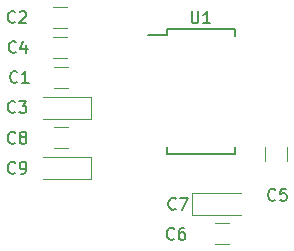
<source format=gbr>
G04 #@! TF.GenerationSoftware,KiCad,Pcbnew,(5.1.2)-2*
G04 #@! TF.CreationDate,2019-09-26T21:19:41+02:00*
G04 #@! TF.ProjectId,enkoder,656e6b6f-6465-4722-9e6b-696361645f70,rev?*
G04 #@! TF.SameCoordinates,Original*
G04 #@! TF.FileFunction,Legend,Top*
G04 #@! TF.FilePolarity,Positive*
%FSLAX46Y46*%
G04 Gerber Fmt 4.6, Leading zero omitted, Abs format (unit mm)*
G04 Created by KiCad (PCBNEW (5.1.2)-2) date 2019-09-26 21:19:41*
%MOMM*%
%LPD*%
G04 APERTURE LIST*
%ADD10C,0.120000*%
%ADD11C,0.150000*%
G04 APERTURE END LIST*
D10*
X163025500Y-103056936D02*
X163025500Y-104261064D01*
X161205500Y-103056936D02*
X161205500Y-104261064D01*
X144456564Y-91165000D02*
X143252436Y-91165000D01*
X144456564Y-92985000D02*
X143252436Y-92985000D01*
X144456564Y-95525000D02*
X143252436Y-95525000D01*
X144456564Y-93705000D02*
X143252436Y-93705000D01*
D11*
X152864000Y-93014000D02*
X152864000Y-93589000D01*
X158614000Y-93014000D02*
X158614000Y-93664000D01*
X158614000Y-103664000D02*
X158614000Y-103014000D01*
X152864000Y-103664000D02*
X152864000Y-103014000D01*
X152864000Y-93014000D02*
X158614000Y-93014000D01*
X152864000Y-103664000D02*
X158614000Y-103664000D01*
X152864000Y-93589000D02*
X151264000Y-93589000D01*
D10*
X144529564Y-96245000D02*
X143325436Y-96245000D01*
X144529564Y-98065000D02*
X143325436Y-98065000D01*
X146462500Y-98760000D02*
X142377500Y-98760000D01*
X146462500Y-100630000D02*
X146462500Y-98760000D01*
X142377500Y-100630000D02*
X146462500Y-100630000D01*
X156968436Y-109453000D02*
X158172564Y-109453000D01*
X156968436Y-111273000D02*
X158172564Y-111273000D01*
X159120500Y-106888000D02*
X155035500Y-106888000D01*
X155035500Y-106888000D02*
X155035500Y-108758000D01*
X155035500Y-108758000D02*
X159120500Y-108758000D01*
X144529564Y-103145000D02*
X143325436Y-103145000D01*
X144529564Y-101325000D02*
X143325436Y-101325000D01*
X142377500Y-105710000D02*
X146462500Y-105710000D01*
X146462500Y-105710000D02*
X146462500Y-103840000D01*
X146462500Y-103840000D02*
X142377500Y-103840000D01*
D11*
X162075833Y-107481642D02*
X162028214Y-107529261D01*
X161885357Y-107576880D01*
X161790119Y-107576880D01*
X161647261Y-107529261D01*
X161552023Y-107434023D01*
X161504404Y-107338785D01*
X161456785Y-107148309D01*
X161456785Y-107005452D01*
X161504404Y-106814976D01*
X161552023Y-106719738D01*
X161647261Y-106624500D01*
X161790119Y-106576880D01*
X161885357Y-106576880D01*
X162028214Y-106624500D01*
X162075833Y-106672119D01*
X162980595Y-106576880D02*
X162504404Y-106576880D01*
X162456785Y-107053071D01*
X162504404Y-107005452D01*
X162599642Y-106957833D01*
X162837738Y-106957833D01*
X162932976Y-107005452D01*
X162980595Y-107053071D01*
X163028214Y-107148309D01*
X163028214Y-107386404D01*
X162980595Y-107481642D01*
X162932976Y-107529261D01*
X162837738Y-107576880D01*
X162599642Y-107576880D01*
X162504404Y-107529261D01*
X162456785Y-107481642D01*
X140041333Y-92432142D02*
X139993714Y-92479761D01*
X139850857Y-92527380D01*
X139755619Y-92527380D01*
X139612761Y-92479761D01*
X139517523Y-92384523D01*
X139469904Y-92289285D01*
X139422285Y-92098809D01*
X139422285Y-91955952D01*
X139469904Y-91765476D01*
X139517523Y-91670238D01*
X139612761Y-91575000D01*
X139755619Y-91527380D01*
X139850857Y-91527380D01*
X139993714Y-91575000D01*
X140041333Y-91622619D01*
X140422285Y-91622619D02*
X140469904Y-91575000D01*
X140565142Y-91527380D01*
X140803238Y-91527380D01*
X140898476Y-91575000D01*
X140946095Y-91622619D01*
X140993714Y-91717857D01*
X140993714Y-91813095D01*
X140946095Y-91955952D01*
X140374666Y-92527380D01*
X140993714Y-92527380D01*
X140104833Y-94972142D02*
X140057214Y-95019761D01*
X139914357Y-95067380D01*
X139819119Y-95067380D01*
X139676261Y-95019761D01*
X139581023Y-94924523D01*
X139533404Y-94829285D01*
X139485785Y-94638809D01*
X139485785Y-94495952D01*
X139533404Y-94305476D01*
X139581023Y-94210238D01*
X139676261Y-94115000D01*
X139819119Y-94067380D01*
X139914357Y-94067380D01*
X140057214Y-94115000D01*
X140104833Y-94162619D01*
X140961976Y-94400714D02*
X140961976Y-95067380D01*
X140723880Y-94019761D02*
X140485785Y-94734047D01*
X141104833Y-94734047D01*
X154977095Y-91541380D02*
X154977095Y-92350904D01*
X155024714Y-92446142D01*
X155072333Y-92493761D01*
X155167571Y-92541380D01*
X155358047Y-92541380D01*
X155453285Y-92493761D01*
X155500904Y-92446142D01*
X155548523Y-92350904D01*
X155548523Y-91541380D01*
X156548523Y-92541380D02*
X155977095Y-92541380D01*
X156262809Y-92541380D02*
X156262809Y-91541380D01*
X156167571Y-91684238D01*
X156072333Y-91779476D01*
X155977095Y-91827095D01*
X140231833Y-97512142D02*
X140184214Y-97559761D01*
X140041357Y-97607380D01*
X139946119Y-97607380D01*
X139803261Y-97559761D01*
X139708023Y-97464523D01*
X139660404Y-97369285D01*
X139612785Y-97178809D01*
X139612785Y-97035952D01*
X139660404Y-96845476D01*
X139708023Y-96750238D01*
X139803261Y-96655000D01*
X139946119Y-96607380D01*
X140041357Y-96607380D01*
X140184214Y-96655000D01*
X140231833Y-96702619D01*
X141184214Y-97607380D02*
X140612785Y-97607380D01*
X140898500Y-97607380D02*
X140898500Y-96607380D01*
X140803261Y-96750238D01*
X140708023Y-96845476D01*
X140612785Y-96893095D01*
X140041333Y-100052142D02*
X139993714Y-100099761D01*
X139850857Y-100147380D01*
X139755619Y-100147380D01*
X139612761Y-100099761D01*
X139517523Y-100004523D01*
X139469904Y-99909285D01*
X139422285Y-99718809D01*
X139422285Y-99575952D01*
X139469904Y-99385476D01*
X139517523Y-99290238D01*
X139612761Y-99195000D01*
X139755619Y-99147380D01*
X139850857Y-99147380D01*
X139993714Y-99195000D01*
X140041333Y-99242619D01*
X140374666Y-99147380D02*
X140993714Y-99147380D01*
X140660380Y-99528333D01*
X140803238Y-99528333D01*
X140898476Y-99575952D01*
X140946095Y-99623571D01*
X140993714Y-99718809D01*
X140993714Y-99956904D01*
X140946095Y-100052142D01*
X140898476Y-100099761D01*
X140803238Y-100147380D01*
X140517523Y-100147380D01*
X140422285Y-100099761D01*
X140374666Y-100052142D01*
X153503333Y-110783642D02*
X153455714Y-110831261D01*
X153312857Y-110878880D01*
X153217619Y-110878880D01*
X153074761Y-110831261D01*
X152979523Y-110736023D01*
X152931904Y-110640785D01*
X152884285Y-110450309D01*
X152884285Y-110307452D01*
X152931904Y-110116976D01*
X152979523Y-110021738D01*
X153074761Y-109926500D01*
X153217619Y-109878880D01*
X153312857Y-109878880D01*
X153455714Y-109926500D01*
X153503333Y-109974119D01*
X154360476Y-109878880D02*
X154170000Y-109878880D01*
X154074761Y-109926500D01*
X154027142Y-109974119D01*
X153931904Y-110116976D01*
X153884285Y-110307452D01*
X153884285Y-110688404D01*
X153931904Y-110783642D01*
X153979523Y-110831261D01*
X154074761Y-110878880D01*
X154265238Y-110878880D01*
X154360476Y-110831261D01*
X154408095Y-110783642D01*
X154455714Y-110688404D01*
X154455714Y-110450309D01*
X154408095Y-110355071D01*
X154360476Y-110307452D01*
X154265238Y-110259833D01*
X154074761Y-110259833D01*
X153979523Y-110307452D01*
X153931904Y-110355071D01*
X153884285Y-110450309D01*
X153630333Y-108243642D02*
X153582714Y-108291261D01*
X153439857Y-108338880D01*
X153344619Y-108338880D01*
X153201761Y-108291261D01*
X153106523Y-108196023D01*
X153058904Y-108100785D01*
X153011285Y-107910309D01*
X153011285Y-107767452D01*
X153058904Y-107576976D01*
X153106523Y-107481738D01*
X153201761Y-107386500D01*
X153344619Y-107338880D01*
X153439857Y-107338880D01*
X153582714Y-107386500D01*
X153630333Y-107434119D01*
X153963666Y-107338880D02*
X154630333Y-107338880D01*
X154201761Y-108338880D01*
X140041333Y-102655642D02*
X139993714Y-102703261D01*
X139850857Y-102750880D01*
X139755619Y-102750880D01*
X139612761Y-102703261D01*
X139517523Y-102608023D01*
X139469904Y-102512785D01*
X139422285Y-102322309D01*
X139422285Y-102179452D01*
X139469904Y-101988976D01*
X139517523Y-101893738D01*
X139612761Y-101798500D01*
X139755619Y-101750880D01*
X139850857Y-101750880D01*
X139993714Y-101798500D01*
X140041333Y-101846119D01*
X140612761Y-102179452D02*
X140517523Y-102131833D01*
X140469904Y-102084214D01*
X140422285Y-101988976D01*
X140422285Y-101941357D01*
X140469904Y-101846119D01*
X140517523Y-101798500D01*
X140612761Y-101750880D01*
X140803238Y-101750880D01*
X140898476Y-101798500D01*
X140946095Y-101846119D01*
X140993714Y-101941357D01*
X140993714Y-101988976D01*
X140946095Y-102084214D01*
X140898476Y-102131833D01*
X140803238Y-102179452D01*
X140612761Y-102179452D01*
X140517523Y-102227071D01*
X140469904Y-102274690D01*
X140422285Y-102369928D01*
X140422285Y-102560404D01*
X140469904Y-102655642D01*
X140517523Y-102703261D01*
X140612761Y-102750880D01*
X140803238Y-102750880D01*
X140898476Y-102703261D01*
X140946095Y-102655642D01*
X140993714Y-102560404D01*
X140993714Y-102369928D01*
X140946095Y-102274690D01*
X140898476Y-102227071D01*
X140803238Y-102179452D01*
X140041333Y-105195642D02*
X139993714Y-105243261D01*
X139850857Y-105290880D01*
X139755619Y-105290880D01*
X139612761Y-105243261D01*
X139517523Y-105148023D01*
X139469904Y-105052785D01*
X139422285Y-104862309D01*
X139422285Y-104719452D01*
X139469904Y-104528976D01*
X139517523Y-104433738D01*
X139612761Y-104338500D01*
X139755619Y-104290880D01*
X139850857Y-104290880D01*
X139993714Y-104338500D01*
X140041333Y-104386119D01*
X140517523Y-105290880D02*
X140708000Y-105290880D01*
X140803238Y-105243261D01*
X140850857Y-105195642D01*
X140946095Y-105052785D01*
X140993714Y-104862309D01*
X140993714Y-104481357D01*
X140946095Y-104386119D01*
X140898476Y-104338500D01*
X140803238Y-104290880D01*
X140612761Y-104290880D01*
X140517523Y-104338500D01*
X140469904Y-104386119D01*
X140422285Y-104481357D01*
X140422285Y-104719452D01*
X140469904Y-104814690D01*
X140517523Y-104862309D01*
X140612761Y-104909928D01*
X140803238Y-104909928D01*
X140898476Y-104862309D01*
X140946095Y-104814690D01*
X140993714Y-104719452D01*
M02*

</source>
